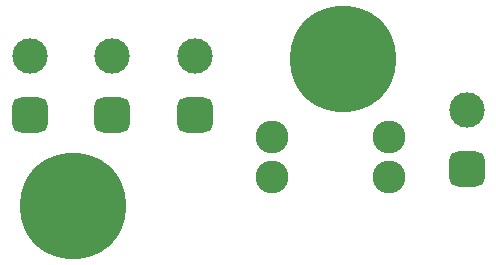
<source format=gbr>
%TF.GenerationSoftware,KiCad,Pcbnew,8.0.5*%
%TF.CreationDate,2024-12-06T12:49:08-05:00*%
%TF.ProjectId,RailsidePDB,5261696c-7369-4646-9550-44422e6b6963,rev?*%
%TF.SameCoordinates,Original*%
%TF.FileFunction,Soldermask,Top*%
%TF.FilePolarity,Negative*%
%FSLAX46Y46*%
G04 Gerber Fmt 4.6, Leading zero omitted, Abs format (unit mm)*
G04 Created by KiCad (PCBNEW 8.0.5) date 2024-12-06 12:49:08*
%MOMM*%
%LPD*%
G01*
G04 APERTURE LIST*
G04 Aperture macros list*
%AMRoundRect*
0 Rectangle with rounded corners*
0 $1 Rounding radius*
0 $2 $3 $4 $5 $6 $7 $8 $9 X,Y pos of 4 corners*
0 Add a 4 corners polygon primitive as box body*
4,1,4,$2,$3,$4,$5,$6,$7,$8,$9,$2,$3,0*
0 Add four circle primitives for the rounded corners*
1,1,$1+$1,$2,$3*
1,1,$1+$1,$4,$5*
1,1,$1+$1,$6,$7*
1,1,$1+$1,$8,$9*
0 Add four rect primitives between the rounded corners*
20,1,$1+$1,$2,$3,$4,$5,0*
20,1,$1+$1,$4,$5,$6,$7,0*
20,1,$1+$1,$6,$7,$8,$9,0*
20,1,$1+$1,$8,$9,$2,$3,0*%
G04 Aperture macros list end*
%ADD10C,9.000000*%
%ADD11RoundRect,0.750000X0.750000X-0.750000X0.750000X0.750000X-0.750000X0.750000X-0.750000X-0.750000X0*%
%ADD12C,3.000000*%
%ADD13C,2.780000*%
G04 APERTURE END LIST*
D10*
%TO.C,*%
X75150000Y-79125000D03*
%TD*%
%TO.C,*%
X98025000Y-66750000D03*
%TD*%
D11*
%TO.C,BT2*%
X78500000Y-71500000D03*
D12*
X78500000Y-66500000D03*
%TD*%
D11*
%TO.C,BT3*%
X71500000Y-71500000D03*
D12*
X71500000Y-66500000D03*
%TD*%
D11*
%TO.C,BT4*%
X108500000Y-76000000D03*
D12*
X108500000Y-71000000D03*
%TD*%
D13*
%TO.C,Fuse*%
X92040000Y-73300000D03*
X92040000Y-76700000D03*
X101960000Y-73300000D03*
X101960000Y-76700000D03*
%TD*%
D11*
%TO.C,BT1*%
X85500000Y-71500000D03*
D12*
X85500000Y-66500000D03*
%TD*%
M02*

</source>
